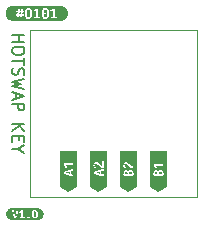
<source format=gbr>
%TF.GenerationSoftware,KiCad,Pcbnew,(6.0.7-1)-1*%
%TF.CreationDate,2022-09-12T14:41:06+08:00*%
%TF.ProjectId,0101-HOTSWAP-KEY,30313031-2d48-44f5-9453-5741502d4b45,V1.0*%
%TF.SameCoordinates,Original*%
%TF.FileFunction,Legend,Top*%
%TF.FilePolarity,Positive*%
%FSLAX46Y46*%
G04 Gerber Fmt 4.6, Leading zero omitted, Abs format (unit mm)*
G04 Created by KiCad (PCBNEW (6.0.7-1)-1) date 2022-09-12 14:41:06*
%MOMM*%
%LPD*%
G01*
G04 APERTURE LIST*
%ADD10C,0.150000*%
%ADD11C,0.120000*%
G04 APERTURE END LIST*
D10*
X3747619Y16464405D02*
X4747619Y16464405D01*
X4271428Y16464405D02*
X4271428Y15892977D01*
X3747619Y15892977D02*
X4747619Y15892977D01*
X4747619Y15226310D02*
X4747619Y15035834D01*
X4700000Y14940596D01*
X4604761Y14845358D01*
X4414285Y14797739D01*
X4080952Y14797739D01*
X3890476Y14845358D01*
X3795238Y14940596D01*
X3747619Y15035834D01*
X3747619Y15226310D01*
X3795238Y15321548D01*
X3890476Y15416786D01*
X4080952Y15464405D01*
X4414285Y15464405D01*
X4604761Y15416786D01*
X4700000Y15321548D01*
X4747619Y15226310D01*
X4747619Y14512024D02*
X4747619Y13940596D01*
X3747619Y14226310D02*
X4747619Y14226310D01*
X3795238Y13654881D02*
X3747619Y13512024D01*
X3747619Y13273929D01*
X3795238Y13178691D01*
X3842857Y13131072D01*
X3938095Y13083453D01*
X4033333Y13083453D01*
X4128571Y13131072D01*
X4176190Y13178691D01*
X4223809Y13273929D01*
X4271428Y13464405D01*
X4319047Y13559643D01*
X4366666Y13607262D01*
X4461904Y13654881D01*
X4557142Y13654881D01*
X4652380Y13607262D01*
X4700000Y13559643D01*
X4747619Y13464405D01*
X4747619Y13226310D01*
X4700000Y13083453D01*
X4747619Y12750120D02*
X3747619Y12512024D01*
X4461904Y12321548D01*
X3747619Y12131072D01*
X4747619Y11892977D01*
X4033333Y11559643D02*
X4033333Y11083453D01*
X3747619Y11654881D02*
X4747619Y11321548D01*
X3747619Y10988215D01*
X3747619Y10654881D02*
X4747619Y10654881D01*
X4747619Y10273929D01*
X4700000Y10178691D01*
X4652380Y10131072D01*
X4557142Y10083453D01*
X4414285Y10083453D01*
X4319047Y10131072D01*
X4271428Y10178691D01*
X4223809Y10273929D01*
X4223809Y10654881D01*
X3747619Y8892977D02*
X4747619Y8892977D01*
X3747619Y8321548D02*
X4319047Y8750120D01*
X4747619Y8321548D02*
X4176190Y8892977D01*
X4271428Y7892977D02*
X4271428Y7559643D01*
X3747619Y7416786D02*
X3747619Y7892977D01*
X4747619Y7892977D01*
X4747619Y7416786D01*
X4223809Y6797739D02*
X3747619Y6797739D01*
X4747619Y7131072D02*
X4223809Y6797739D01*
X4747619Y6464405D01*
D11*
%TO.C,SW1*%
X5200000Y16900000D02*
X5200000Y2700000D01*
X5200000Y2700000D02*
X19400000Y2700000D01*
X19400000Y16900000D02*
X5200000Y16900000D01*
X19400000Y2700000D02*
X19400000Y16900000D01*
%TO.C,kibuzzard-631DE0FD*%
G36*
X16110000Y3144266D02*
G01*
X15401128Y3616847D01*
X15401128Y4721598D01*
X15682248Y4721598D01*
X15688320Y4609600D01*
X15702489Y4505698D01*
X16513463Y4505698D01*
X16524089Y4564059D01*
X16531680Y4623094D01*
X16536234Y4681454D01*
X16537752Y4737791D01*
X16534547Y4804416D01*
X16524933Y4866656D01*
X16507728Y4922655D01*
X16481753Y4970558D01*
X16400790Y5040051D01*
X16343948Y5059279D01*
X16274624Y5065689D01*
X16217950Y5058099D01*
X16163975Y5035328D01*
X16116747Y4991305D01*
X16080314Y4919956D01*
X16007448Y4997546D01*
X15958195Y5019304D01*
X15902196Y5026557D01*
X15823933Y5014413D01*
X15753090Y4968534D01*
X15701814Y4875427D01*
X15687140Y4807284D01*
X15682248Y4721598D01*
X15401128Y4721598D01*
X15401128Y5447562D01*
X15691694Y5447562D01*
X15744319Y5389539D01*
X15792897Y5318022D01*
X15834728Y5242457D01*
X15865763Y5172290D01*
X16003399Y5226265D01*
X15970340Y5308576D01*
X15922437Y5394936D01*
X16389321Y5394936D01*
X16389321Y5219518D01*
X16526957Y5219518D01*
X16526957Y5726883D01*
X16389321Y5726883D01*
X16389321Y5560910D01*
X15691694Y5560910D01*
X15691694Y5447562D01*
X15401128Y5447562D01*
X15401128Y6615734D01*
X16818872Y6615734D01*
X16818872Y3616847D01*
X16110000Y3144266D01*
G37*
G36*
X15995978Y4832247D02*
G01*
X16023640Y4736441D01*
X16023640Y4671671D01*
X15832029Y4671671D01*
X15827981Y4708105D01*
X15826631Y4747236D01*
X15830005Y4791766D01*
X15843498Y4829548D01*
X15871835Y4855186D01*
X15919738Y4864632D01*
X15995978Y4832247D01*
G37*
G36*
X16334671Y4888921D02*
G01*
X16371104Y4854512D01*
X16388646Y4806609D01*
X16393369Y4751285D01*
X16392019Y4710129D01*
X16387971Y4671671D01*
X16161276Y4671671D01*
X16161276Y4760730D01*
X16187589Y4863957D01*
X16274624Y4902415D01*
X16334671Y4888921D01*
G37*
%TO.C,kibuzzard-631DE163*%
G36*
X6530806Y17989961D02*
G01*
X6467583Y18009785D01*
X6420792Y18069257D01*
X6399361Y18130296D01*
X6386502Y18207687D01*
X6382216Y18301429D01*
X6382875Y18315716D01*
X6452224Y18315716D01*
X6473656Y18249279D01*
X6532234Y18221419D01*
X6588670Y18249279D01*
X6610816Y18315716D01*
X6588670Y18382867D01*
X6532234Y18411442D01*
X6473656Y18382867D01*
X6452224Y18315716D01*
X6382875Y18315716D01*
X6386502Y18394377D01*
X6399361Y18471291D01*
X6420792Y18532172D01*
X6467583Y18591644D01*
X6530806Y18611467D01*
X6594921Y18591644D01*
X6641534Y18532172D01*
X6662568Y18471291D01*
X6675189Y18394377D01*
X6679396Y18301429D01*
X6675189Y18207687D01*
X6662568Y18130296D01*
X6641534Y18069257D01*
X6594921Y18009785D01*
X6532234Y17990403D01*
X6530806Y17989961D01*
G37*
G36*
X3738003Y17663002D02*
G01*
X3675869Y17672219D01*
X3614937Y17687482D01*
X3555794Y17708643D01*
X3499011Y17735500D01*
X3445133Y17767793D01*
X3394680Y17805211D01*
X3348137Y17847395D01*
X3305954Y17893938D01*
X3268535Y17944391D01*
X3236242Y17998268D01*
X3209385Y18055052D01*
X3202002Y18075686D01*
X4056211Y18075686D01*
X4141936Y18075686D01*
X4100502Y17857087D01*
X4246234Y17857087D01*
X4286239Y18075686D01*
X4400539Y18075686D01*
X4359106Y17857087D01*
X4504838Y17857087D01*
X4546272Y18075686D01*
X4720579Y18075686D01*
X4720579Y18221419D01*
X4573418Y18221419D01*
X4588693Y18301429D01*
X4794874Y18301429D01*
X4799786Y18191772D01*
X4814520Y18097117D01*
X4839076Y18017465D01*
X4873456Y17952814D01*
X4933781Y17889314D01*
X5009981Y17851214D01*
X5102056Y17838514D01*
X5194131Y17851214D01*
X5270331Y17889314D01*
X5330656Y17952814D01*
X5365035Y18017465D01*
X5389592Y18097117D01*
X5404326Y18191772D01*
X5409237Y18301429D01*
X5404326Y18410416D01*
X5389592Y18504490D01*
X5373248Y18557175D01*
X5527823Y18557175D01*
X5584973Y18411442D01*
X5672127Y18446447D01*
X5763567Y18497167D01*
X5763567Y18002820D01*
X5577829Y18002820D01*
X5577829Y17857087D01*
X6115039Y17857087D01*
X6115039Y18002820D01*
X5939303Y18002820D01*
X5939303Y18301429D01*
X6223624Y18301429D01*
X6228536Y18191772D01*
X6243270Y18097117D01*
X6267826Y18017465D01*
X6302206Y17952814D01*
X6362531Y17889314D01*
X6438731Y17851214D01*
X6530806Y17838514D01*
X6622881Y17851214D01*
X6699081Y17889314D01*
X6759406Y17952814D01*
X6793785Y18017465D01*
X6818342Y18097117D01*
X6833076Y18191772D01*
X6837987Y18301429D01*
X6833076Y18410416D01*
X6818342Y18504490D01*
X6801998Y18557175D01*
X6956573Y18557175D01*
X7013723Y18411442D01*
X7100877Y18446447D01*
X7192317Y18497167D01*
X7192317Y18002820D01*
X7006579Y18002820D01*
X7006579Y17857087D01*
X7543789Y17857087D01*
X7543789Y18002820D01*
X7368053Y18002820D01*
X7368053Y18741484D01*
X7248038Y18741484D01*
X7186602Y18685762D01*
X7110878Y18634328D01*
X7030868Y18590036D01*
X6956573Y18557175D01*
X6801998Y18557175D01*
X6793785Y18583652D01*
X6759406Y18647901D01*
X6699081Y18711004D01*
X6622881Y18748866D01*
X6530806Y18761486D01*
X6440159Y18748786D01*
X6364436Y18710686D01*
X6303634Y18647186D01*
X6268630Y18582714D01*
X6243627Y18503597D01*
X6228625Y18409835D01*
X6223624Y18301429D01*
X5939303Y18301429D01*
X5939303Y18741484D01*
X5819288Y18741484D01*
X5757852Y18685762D01*
X5682128Y18634328D01*
X5602118Y18590036D01*
X5527823Y18557175D01*
X5373248Y18557175D01*
X5365035Y18583652D01*
X5330656Y18647901D01*
X5270331Y18711004D01*
X5194131Y18748866D01*
X5102056Y18761486D01*
X5011409Y18748786D01*
X4935686Y18710686D01*
X4874884Y18647186D01*
X4839880Y18582714D01*
X4814877Y18503597D01*
X4799875Y18409835D01*
X4794874Y18301429D01*
X4588693Y18301429D01*
X4603422Y18378581D01*
X4720579Y18378581D01*
X4720579Y18524314D01*
X4631997Y18524314D01*
X4673431Y18741484D01*
X4527698Y18741484D01*
X4486264Y18524314D01*
X4371964Y18524314D01*
X4414827Y18741484D01*
X4269094Y18741484D01*
X4227661Y18524314D01*
X4056211Y18524314D01*
X4056211Y18378581D01*
X4199086Y18378581D01*
X4169082Y18221419D01*
X4056211Y18221419D01*
X4056211Y18075686D01*
X3202002Y18075686D01*
X3188224Y18114195D01*
X3172961Y18175127D01*
X3163744Y18237261D01*
X3160662Y18300000D01*
X3163744Y18362739D01*
X3172961Y18424873D01*
X3188224Y18485805D01*
X3209385Y18544948D01*
X3236242Y18601732D01*
X3268535Y18655609D01*
X3305954Y18706062D01*
X3348137Y18752605D01*
X3394680Y18794789D01*
X3445133Y18832207D01*
X3499011Y18864500D01*
X3555794Y18891357D01*
X3614937Y18912518D01*
X3675869Y18927781D01*
X3738003Y18936998D01*
X3800742Y18940080D01*
X7799258Y18940080D01*
X7861997Y18936998D01*
X7924131Y18927781D01*
X7985063Y18912518D01*
X8044206Y18891357D01*
X8100989Y18864500D01*
X8154867Y18832207D01*
X8205320Y18794789D01*
X8251863Y18752605D01*
X8294046Y18706062D01*
X8331465Y18655609D01*
X8363758Y18601732D01*
X8390615Y18544948D01*
X8411776Y18485805D01*
X8427039Y18424873D01*
X8436256Y18362739D01*
X8439338Y18300000D01*
X8436256Y18237261D01*
X8427039Y18175127D01*
X8411776Y18114195D01*
X8390615Y18055052D01*
X8363758Y17998268D01*
X8331465Y17944391D01*
X8294046Y17893938D01*
X8251863Y17847395D01*
X8205320Y17805211D01*
X8154867Y17767793D01*
X8100989Y17735500D01*
X8044206Y17708643D01*
X7985063Y17687482D01*
X7924131Y17672219D01*
X7861997Y17663002D01*
X7799258Y17659920D01*
X3800742Y17659920D01*
X3738003Y17663002D01*
G37*
G36*
X4429114Y18221419D02*
G01*
X4314814Y18221419D01*
X4344818Y18378581D01*
X4457689Y18378581D01*
X4429114Y18221419D01*
G37*
G36*
X5102056Y17989961D02*
G01*
X5038833Y18009785D01*
X4992042Y18069257D01*
X4970611Y18130296D01*
X4957752Y18207687D01*
X4953466Y18301429D01*
X4954125Y18315716D01*
X5023474Y18315716D01*
X5044906Y18249279D01*
X5103484Y18221419D01*
X5159920Y18249279D01*
X5182066Y18315716D01*
X5159920Y18382867D01*
X5103484Y18411442D01*
X5044906Y18382867D01*
X5023474Y18315716D01*
X4954125Y18315716D01*
X4957752Y18394377D01*
X4970611Y18471291D01*
X4992042Y18532172D01*
X5038833Y18591644D01*
X5102056Y18611467D01*
X5166171Y18591644D01*
X5212784Y18532172D01*
X5233818Y18471291D01*
X5246439Y18394377D01*
X5250646Y18301429D01*
X5246439Y18207687D01*
X5233818Y18130296D01*
X5212784Y18069257D01*
X5166171Y18009785D01*
X5103484Y17990403D01*
X5102056Y17989961D01*
G37*
%TO.C,kibuzzard-631DE0E9*%
G36*
X13460701Y4831797D02*
G01*
X13488363Y4735992D01*
X13488363Y4671222D01*
X13296752Y4671222D01*
X13292703Y4707655D01*
X13291354Y4746787D01*
X13294727Y4791316D01*
X13308221Y4829099D01*
X13336558Y4854737D01*
X13384461Y4864182D01*
X13460701Y4831797D01*
G37*
G36*
X13799394Y4888471D02*
G01*
X13835827Y4854062D01*
X13853369Y4806159D01*
X13858092Y4750835D01*
X13856742Y4709679D01*
X13852694Y4671222D01*
X13625999Y4671222D01*
X13625999Y4760280D01*
X13652312Y4863508D01*
X13739347Y4901965D01*
X13799394Y4888471D01*
G37*
G36*
X13570000Y3142692D02*
G01*
X12856406Y3618421D01*
X12856406Y4721149D01*
X13146971Y4721149D01*
X13153043Y4609150D01*
X13167212Y4505249D01*
X13978186Y4505249D01*
X13988812Y4563609D01*
X13996402Y4622644D01*
X14000957Y4681005D01*
X14002475Y4737341D01*
X13999270Y4803966D01*
X13989656Y4866206D01*
X13972451Y4922205D01*
X13946476Y4970108D01*
X13865513Y5039601D01*
X13808671Y5058830D01*
X13739347Y5065239D01*
X13682673Y5057649D01*
X13628698Y5034878D01*
X13581470Y4990855D01*
X13545037Y4919507D01*
X13472170Y4997096D01*
X13422918Y5018854D01*
X13366919Y5026107D01*
X13288655Y5013963D01*
X13217813Y4968084D01*
X13166537Y4874977D01*
X13151862Y4806834D01*
X13146971Y4721149D01*
X12856406Y4721149D01*
X12856406Y5430920D01*
X13137525Y5430920D01*
X13144272Y5360584D01*
X13164513Y5289910D01*
X13198922Y5223285D01*
X13248174Y5165093D01*
X13364220Y5247405D01*
X13300800Y5332415D01*
X13281908Y5414727D01*
X13309571Y5492991D01*
X13388509Y5524027D01*
X13460026Y5499063D01*
X13532892Y5435643D01*
X13571518Y5395836D01*
X13611831Y5353331D01*
X13654673Y5310825D01*
X13700889Y5271019D01*
X13750985Y5235935D01*
X13805466Y5207598D01*
X13864838Y5188876D01*
X13929608Y5182635D01*
X13957945Y5181960D01*
X13991680Y5185334D01*
X13991680Y5730481D01*
X13854043Y5730481D01*
X13854043Y5371547D01*
X13809514Y5385716D01*
X13761611Y5420125D01*
X13715732Y5463305D01*
X13677275Y5503786D01*
X13609807Y5572604D01*
X13536940Y5633326D01*
X13459351Y5676506D01*
X13376365Y5692699D01*
X13271788Y5671109D01*
X13196898Y5613085D01*
X13152368Y5529424D01*
X13137525Y5430920D01*
X12856406Y5430920D01*
X12856406Y6617308D01*
X14283594Y6617308D01*
X14283594Y3618421D01*
X13570000Y3142692D01*
G37*
%TO.C,kibuzzard-631DE0DB*%
G36*
X11126480Y4714627D02*
G01*
X11040120Y4731494D01*
X10957134Y4750385D01*
X10873472Y4771975D01*
X10783739Y4796938D01*
X10873472Y4821902D01*
X10957134Y4843492D01*
X11040120Y4861708D01*
X11126480Y4877901D01*
X11126480Y4714627D01*
G37*
G36*
X11030000Y3144491D02*
G01*
X10321803Y3616622D01*
X10321803Y4710578D01*
X10621814Y4710578D01*
X10714204Y4681989D01*
X10809209Y4652893D01*
X10906827Y4623291D01*
X11007061Y4593183D01*
X11090047Y4568948D01*
X11176542Y4544821D01*
X11266545Y4520802D01*
X11360057Y4496891D01*
X11457077Y4473088D01*
X11457077Y4645808D01*
X11264117Y4683591D01*
X11264117Y4906238D01*
X11457077Y4945370D01*
X11457077Y5123487D01*
X11362378Y5101223D01*
X11270432Y5078688D01*
X11181238Y5055884D01*
X11094797Y5032809D01*
X11011109Y5009465D01*
X10909610Y4980074D01*
X10810895Y4950599D01*
X10714963Y4921039D01*
X10621814Y4891395D01*
X10621814Y4710578D01*
X10321803Y4710578D01*
X10321803Y5459482D01*
X10602923Y5459482D01*
X10609670Y5389145D01*
X10629910Y5318472D01*
X10664319Y5251847D01*
X10713572Y5193655D01*
X10829618Y5275967D01*
X10766197Y5360977D01*
X10747306Y5443289D01*
X10774968Y5521553D01*
X10853907Y5552588D01*
X10925423Y5527625D01*
X10998290Y5464204D01*
X11036916Y5424398D01*
X11077228Y5381893D01*
X11120071Y5339387D01*
X11166287Y5299581D01*
X11216382Y5264497D01*
X11270863Y5236160D01*
X11330236Y5217437D01*
X11395006Y5211197D01*
X11423343Y5210522D01*
X11457077Y5213895D01*
X11457077Y5759043D01*
X11319441Y5759043D01*
X11319441Y5400109D01*
X11274912Y5414278D01*
X11227009Y5448687D01*
X11181130Y5491867D01*
X11142673Y5532348D01*
X11075204Y5601166D01*
X11002338Y5661888D01*
X10924749Y5705068D01*
X10841762Y5721260D01*
X10737186Y5699670D01*
X10662295Y5641647D01*
X10617766Y5557986D01*
X10602923Y5459482D01*
X10321803Y5459482D01*
X10321803Y6615509D01*
X11738197Y6615509D01*
X11738197Y3616622D01*
X11030000Y3144491D01*
G37*
%TO.C,kibuzzard-631DE1A7*%
G36*
X3666531Y804557D02*
G01*
X3618204Y811726D01*
X3570812Y823597D01*
X3524812Y840056D01*
X3480647Y860944D01*
X3438742Y886061D01*
X3399501Y915164D01*
X3363301Y947974D01*
X3330492Y984174D01*
X3301389Y1023415D01*
X3276272Y1065320D01*
X3255383Y1109485D01*
X3238924Y1155485D01*
X3227053Y1202876D01*
X3219885Y1251203D01*
X3217487Y1300000D01*
X3219885Y1348797D01*
X3227053Y1397124D01*
X3238924Y1444515D01*
X3255383Y1490515D01*
X3276272Y1534680D01*
X3301389Y1576585D01*
X3330492Y1615826D01*
X3355461Y1643376D01*
X3715420Y1643376D01*
X3728199Y1581146D01*
X3746535Y1503359D01*
X3761228Y1445142D01*
X3777156Y1384578D01*
X3794319Y1321669D01*
X3812469Y1257526D01*
X3831360Y1193258D01*
X3850993Y1128867D01*
X3880163Y1037189D01*
X3907666Y955512D01*
X4048795Y955512D01*
X4070032Y1014717D01*
X4090776Y1075281D01*
X4111025Y1137202D01*
X4130472Y1199432D01*
X4148808Y1260921D01*
X4166032Y1321669D01*
X4189646Y1410153D01*
X4210482Y1494469D01*
X4211753Y1500025D01*
X4309939Y1500025D01*
X4354389Y1386677D01*
X4422175Y1413903D01*
X4493295Y1453352D01*
X4493295Y1068860D01*
X4348833Y1068860D01*
X4348833Y955512D01*
X4766663Y955512D01*
X4766663Y1043301D01*
X4991135Y1043301D01*
X4999469Y1000518D01*
X5021694Y969403D01*
X5053365Y949956D01*
X5091148Y943289D01*
X5160045Y968847D01*
X5190049Y1043301D01*
X5160045Y1115532D01*
X5091148Y1141091D01*
X5053365Y1134424D01*
X5021694Y1115532D01*
X4999469Y1084973D01*
X4991135Y1043301D01*
X4766663Y1043301D01*
X4766663Y1068860D01*
X4629979Y1068860D01*
X4629979Y1301111D01*
X5406743Y1301111D01*
X5410562Y1215823D01*
X5422022Y1142202D01*
X5441122Y1080250D01*
X5467861Y1029966D01*
X5514781Y980577D01*
X5574047Y950944D01*
X5645661Y941066D01*
X5717275Y950944D01*
X5776542Y980577D01*
X5823461Y1029966D01*
X5850201Y1080250D01*
X5869300Y1142202D01*
X5880760Y1215823D01*
X5884580Y1301111D01*
X5880760Y1385879D01*
X5869300Y1459048D01*
X5850201Y1520618D01*
X5823461Y1570589D01*
X5776542Y1619670D01*
X5717275Y1649118D01*
X5645661Y1658934D01*
X5575159Y1649056D01*
X5516262Y1619423D01*
X5468973Y1570034D01*
X5441747Y1519889D01*
X5422300Y1458353D01*
X5410632Y1385427D01*
X5406743Y1301111D01*
X4629979Y1301111D01*
X4629979Y1643376D01*
X4536634Y1643376D01*
X4488850Y1600037D01*
X4429954Y1560033D01*
X4367724Y1525584D01*
X4309939Y1500025D01*
X4211753Y1500025D01*
X4228401Y1572812D01*
X4243264Y1643376D01*
X4099913Y1643376D01*
X4089911Y1585591D01*
X4077688Y1518916D01*
X4063797Y1446824D01*
X4048795Y1372787D01*
X4032682Y1298333D01*
X4015458Y1224991D01*
X3997678Y1156232D01*
X3979898Y1095530D01*
X3961979Y1157065D01*
X3943782Y1226102D01*
X3926002Y1299444D01*
X3909333Y1373898D01*
X3893915Y1447796D01*
X3879885Y1519472D01*
X3868217Y1585730D01*
X3859883Y1643376D01*
X3715420Y1643376D01*
X3355461Y1643376D01*
X3363301Y1652026D01*
X3399501Y1684836D01*
X3438742Y1713939D01*
X3480647Y1739056D01*
X3524812Y1759944D01*
X3570812Y1776403D01*
X3618204Y1788274D01*
X3666531Y1795443D01*
X3715327Y1797840D01*
X5884673Y1797840D01*
X5933469Y1795443D01*
X5981796Y1788274D01*
X6029188Y1776403D01*
X6075188Y1759944D01*
X6119353Y1739056D01*
X6161258Y1713939D01*
X6200499Y1684836D01*
X6236699Y1652026D01*
X6269508Y1615826D01*
X6298611Y1576585D01*
X6323728Y1534680D01*
X6344617Y1490515D01*
X6361076Y1444515D01*
X6372947Y1397124D01*
X6380115Y1348797D01*
X6382513Y1300000D01*
X6380115Y1251203D01*
X6372947Y1202876D01*
X6361076Y1155485D01*
X6344617Y1109485D01*
X6323728Y1065320D01*
X6298611Y1023415D01*
X6269508Y984174D01*
X6236699Y947974D01*
X6200499Y915164D01*
X6161258Y886061D01*
X6119353Y860944D01*
X6075188Y840056D01*
X6029188Y823597D01*
X5981796Y811726D01*
X5933469Y804557D01*
X5884673Y802160D01*
X3715327Y802160D01*
X3666531Y804557D01*
G37*
G36*
X5645661Y1058859D02*
G01*
X5596488Y1074277D01*
X5560095Y1120533D01*
X5543426Y1168008D01*
X5533425Y1228201D01*
X5530091Y1301111D01*
X5530604Y1312224D01*
X5584543Y1312224D01*
X5601211Y1260551D01*
X5646773Y1238881D01*
X5690667Y1260551D01*
X5707891Y1312224D01*
X5690667Y1364452D01*
X5646773Y1386677D01*
X5601211Y1364452D01*
X5584543Y1312224D01*
X5530604Y1312224D01*
X5533425Y1373404D01*
X5543426Y1433227D01*
X5560095Y1480578D01*
X5596488Y1526834D01*
X5645661Y1542252D01*
X5695529Y1526834D01*
X5731783Y1480578D01*
X5748143Y1433227D01*
X5757959Y1373404D01*
X5761231Y1301111D01*
X5757959Y1228201D01*
X5748143Y1168008D01*
X5731783Y1120533D01*
X5695529Y1074277D01*
X5646773Y1059202D01*
X5645661Y1058859D01*
G37*
%TO.C,kibuzzard-631DE0D4*%
G36*
X8490000Y3147640D02*
G01*
X7791249Y3613474D01*
X7791249Y4709454D01*
X8072368Y4709454D01*
X8164758Y4680864D01*
X8259763Y4651768D01*
X8357382Y4622166D01*
X8457615Y4592058D01*
X8540602Y4567824D01*
X8627096Y4543697D01*
X8717100Y4519678D01*
X8810611Y4495767D01*
X8907632Y4471964D01*
X8907632Y4644684D01*
X8714671Y4682466D01*
X8714671Y4905113D01*
X8907632Y4944245D01*
X8907632Y5122363D01*
X8812932Y5100098D01*
X8720986Y5077563D01*
X8631792Y5054759D01*
X8545351Y5031685D01*
X8461663Y5008341D01*
X8360165Y4978949D01*
X8261450Y4949474D01*
X8165517Y4919914D01*
X8072368Y4890270D01*
X8072368Y4709454D01*
X7791249Y4709454D01*
X7791249Y5474550D01*
X8072368Y5474550D01*
X8124994Y5416526D01*
X8173572Y5345010D01*
X8215402Y5269445D01*
X8246438Y5199277D01*
X8384074Y5253252D01*
X8351014Y5335564D01*
X8303112Y5421924D01*
X8769995Y5421924D01*
X8769995Y5246505D01*
X8907632Y5246505D01*
X8907632Y5753870D01*
X8769995Y5753870D01*
X8769995Y5587897D01*
X8072368Y5587897D01*
X8072368Y5474550D01*
X7791249Y5474550D01*
X7791249Y6612360D01*
X9188751Y6612360D01*
X9188751Y3613474D01*
X8490000Y3147640D01*
G37*
G36*
X8577035Y4713502D02*
G01*
X8490675Y4730369D01*
X8407688Y4749261D01*
X8324027Y4770851D01*
X8234293Y4795814D01*
X8324027Y4820777D01*
X8407688Y4842367D01*
X8490675Y4860584D01*
X8577035Y4876776D01*
X8577035Y4713502D01*
G37*
%TD*%
M02*

</source>
